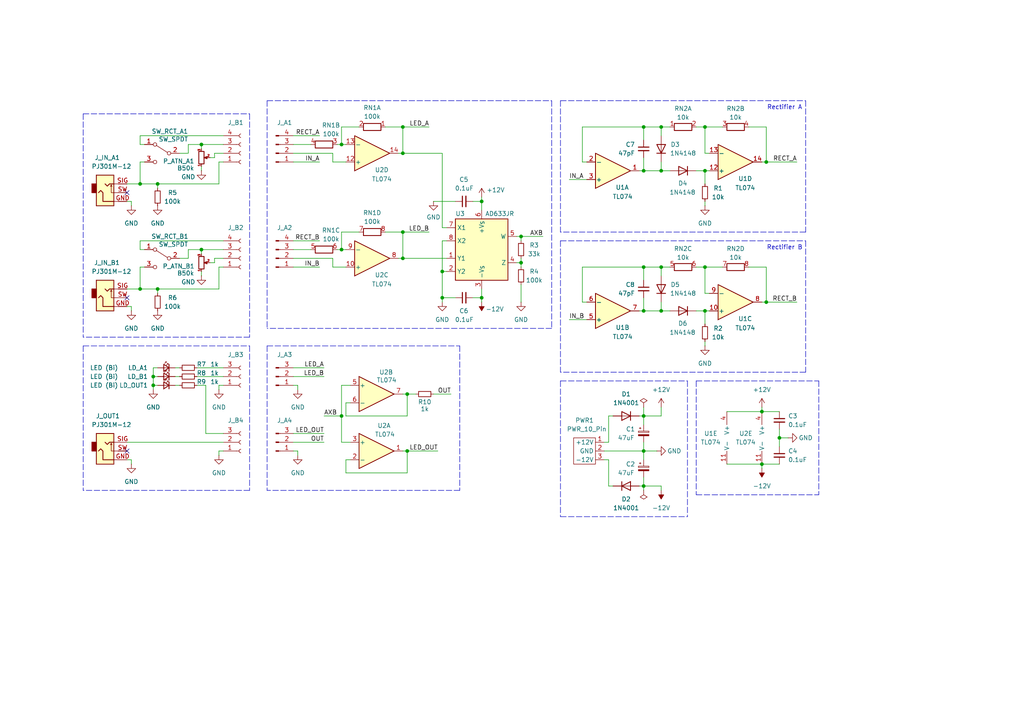
<source format=kicad_sch>
(kicad_sch (version 20231120) (generator "eeschema") (generator_version "8.0")
  (paper "A4")
  (title_block (title "Avalon Harmonics AxB") (rev "v1.0") (company "Avalon Harmonics"))
  (lib_symbols
    (symbol "+12V_1" (power) (pin_numbers hide) (pin_names (offset 0) hide)
      (property "Value" "+12V" (at 0 3.556 0))
      (symbol "+12V_1_1_1"
        (pin power_in line (at 0 0 90) (length 0) (name "~") (number "1"))
      )
    )
    (symbol "-12V_1" (power) (pin_numbers hide) (pin_names (offset 0) hide)
      (property "Value" "-12V" (at 0 3.556 0))
      (symbol "-12V_1_0_0"
        (pin power_in line (at 0 0 90) (length 0) (name "~") (number "1"))
      )
    )
    (symbol "Amplifier_Operational:TL074" (pin_names (offset 0.127))
      (property "Reference" "U" (at 0 5.08 0))
      (property "Value" "TL074" (at 0 -5.08 0))
      (symbol "TL074_1_1"
        (pin output line (at 7.62 0 180) (length 2.54) (name "~") (number "1"))
        (pin input line (at -7.62 -2.54 0) (length 2.54) (name "-") (number "2"))
        (pin input line (at -7.62 2.54 0) (length 2.54) (name "+") (number "3"))
      )
      (symbol "TL074_2_1"
        (pin input line (at -7.62 2.54 0) (length 2.54) (name "+") (number "5"))
        (pin input line (at -7.62 -2.54 0) (length 2.54) (name "-") (number "6"))
        (pin output line (at 7.62 0 180) (length 2.54) (name "~") (number "7"))
      )
      (symbol "TL074_3_1"
        (pin input line (at -7.62 2.54 0) (length 2.54) (name "+") (number "10"))
        (pin output line (at 7.62 0 180) (length 2.54) (name "~") (number "8"))
        (pin input line (at -7.62 -2.54 0) (length 2.54) (name "-") (number "9"))
      )
      (symbol "TL074_4_1"
        (pin input line (at -7.62 2.54 0) (length 2.54) (name "+") (number "12"))
        (pin input line (at -7.62 -2.54 0) (length 2.54) (name "-") (number "13"))
        (pin output line (at 7.62 0 180) (length 2.54) (name "~") (number "14"))
      )
      (symbol "TL074_5_1"
        (pin power_in line (at -2.54 -7.62 90) (length 3.81) (name "V-") (number "11"))
        (pin power_in line (at -2.54 7.62 270) (length 3.81) (name "V+") (number "4"))
      )
    )
    (symbol "Analog:AD633JR"
      (property "Reference" "U" (at -6.096 10.16 0))
      (property "Value" "AD633JR" (at 0.762 10.16 0))
      (symbol "AD633JR_1_1"
        (pin input line (at -10.16 -2.54 0) (length 2.54) (name "Y1") (number "1"))
        (pin input line (at -10.16 -6.35 0) (length 2.54) (name "Y2") (number "2"))
        (pin power_in line (at 0 -11.43 90) (length 2.54) (name "-V_{S}") (number "3"))
        (pin input line (at 10.16 -3.81 180) (length 2.54) (name "Z") (number "4"))
        (pin output line (at 10.16 3.81 180) (length 2.54) (name "W") (number "5"))
        (pin power_in line (at 0 11.43 270) (length 2.54) (name "+V_{S}") (number "6"))
        (pin input line (at -10.16 6.35 0) (length 2.54) (name "X1") (number "7"))
        (pin input line (at -10.16 2.54 0) (length 2.54) (name "X2") (number "8"))
      )
    )
    (symbol "Connector:Conn_01x03_Female" (pin_names (offset 1.016) hide)
      (property "Reference" "J" (at 0 5.08 0))
      (property "Value" "Conn_01x03_Female" (at 0 -5.08 0))
      (symbol "Conn_01x03_Female_1_1"
        (pin passive line (at -5.08 2.54 0) (length 3.81) (name "Pin_1") (number "1"))
        (pin passive line (at -5.08 0 0) (length 3.81) (name "Pin_2") (number "2"))
        (pin passive line (at -5.08 -2.54 0) (length 3.81) (name "Pin_3") (number "3"))
      )
    )
    (symbol "Connector:Conn_01x03_Male" (pin_names (offset 1.016) hide)
      (property "Reference" "J" (at 0 5.08 0))
      (property "Value" "Conn_01x03_Male" (at 0 -5.08 0))
      (symbol "Conn_01x03_Male_1_1"
        (pin passive line (at 5.08 2.54 180) (length 3.81) (name "Pin_1") (number "1"))
        (pin passive line (at 5.08 0 180) (length 3.81) (name "Pin_2") (number "2"))
        (pin passive line (at 5.08 -2.54 180) (length 3.81) (name "Pin_3") (number "3"))
      )
    )
    (symbol "Connector:Conn_01x04_Female" (pin_names (offset 1.016) hide)
      (property "Reference" "J" (at 0 5.08 0))
      (property "Value" "Conn_01x04_Female" (at 0 -7.62 0))
      (symbol "Conn_01x04_Female_1_1"
        (pin passive line (at -5.08 2.54 0) (length 3.81) (name "Pin_1") (number "1"))
        (pin passive line (at -5.08 0 0) (length 3.81) (name "Pin_2") (number "2"))
        (pin passive line (at -5.08 -2.54 0) (length 3.81) (name "Pin_3") (number "3"))
        (pin passive line (at -5.08 -5.08 0) (length 3.81) (name "Pin_4") (number "4"))
      )
    )
    (symbol "Connector:Conn_01x04_Male" (pin_names (offset 1.016) hide)
      (property "Reference" "J" (at 0 5.08 0))
      (property "Value" "Conn_01x04_Male" (at 0 -7.62 0))
      (symbol "Conn_01x04_Male_1_1"
        (pin passive line (at 5.08 2.54 180) (length 3.81) (name "Pin_1") (number "1"))
        (pin passive line (at 5.08 0 180) (length 3.81) (name "Pin_2") (number "2"))
        (pin passive line (at 5.08 -2.54 180) (length 3.81) (name "Pin_3") (number "3"))
        (pin passive line (at 5.08 -5.08 180) (length 3.81) (name "Pin_4") (number "4"))
      )
    )
    (symbol "Device:C_Polarized_Small" (pin_numbers hide) (pin_names (offset 0.254) hide)
      (property "Reference" "C" (at 0.254 1.778 0))
      (property "Value" "C_Polarized_Small" (at 0.254 -2.032 0))
      (symbol "C_Polarized_Small_1_1"
        (pin passive line (at 0 2.54 270) (length 1.8542) (name "~") (number "1"))
        (pin passive line (at 0 -2.54 90) (length 1.8542) (name "~") (number "2"))
      )
    )
    (symbol "Device:C_Small" (pin_numbers hide) (pin_names (offset 0.254) hide)
      (property "Reference" "C" (at 0.254 1.778 0))
      (property "Value" "C_Small" (at 0.254 -2.032 0))
      (symbol "C_Small_1_1"
        (pin passive line (at 0 2.54 270) (length 2.032) (name "~") (number "1"))
        (pin passive line (at 0 -2.54 90) (length 2.032) (name "~") (number "2"))
      )
    )
    (symbol "Device:LED_Small" (pin_numbers hide) (pin_names (offset 0.254) hide)
      (property "Reference" "D" (at -1.27 3.175 0))
      (property "Value" "LED_Small" (at -4.445 -2.54 0))
      (symbol "LED_Small_1_1"
        (pin passive line (at -2.54 0 0) (length 1.778) (name "K") (number "1"))
        (pin passive line (at 2.54 0 180) (length 1.778) (name "A") (number "2"))
      )
    )
    (symbol "Device:R_Pack04_SIP_Split" (pin_names (offset 0) hide)
      (property "Reference" "RN" (at 2.032 0 90))
      (property "Value" "R_Pack04_SIP_Split" (at 0 0 90))
      (symbol "R_Pack04_SIP_Split_1_1"
        (pin passive line (at 0 -3.81 90) (length 1.27) (name "R1.1") (number "1"))
        (pin passive line (at 0 3.81 270) (length 1.27) (name "R1.2") (number "2"))
      )
      (symbol "R_Pack04_SIP_Split_2_1"
        (pin passive line (at 0 -3.81 90) (length 1.27) (name "R2.1") (number "3"))
        (pin passive line (at 0 3.81 270) (length 1.27) (name "R2.2") (number "4"))
      )
      (symbol "R_Pack04_SIP_Split_3_1"
        (pin passive line (at 0 -3.81 90) (length 1.27) (name "R3.1") (number "5"))
        (pin passive line (at 0 3.81 270) (length 1.27) (name "R3.2") (number "6"))
      )
      (symbol "R_Pack04_SIP_Split_4_1"
        (pin passive line (at 0 -3.81 90) (length 1.27) (name "R4.1") (number "7"))
        (pin passive line (at 0 3.81 270) (length 1.27) (name "R4.2") (number "8"))
      )
    )
    (symbol "Device:R_Potentiometer_Small" (pin_names (offset 1.016) hide)
      (property "Reference" "RV" (at -4.445 0 90))
      (property "Value" "R_Potentiometer_Small" (at -2.54 0 90))
      (symbol "R_Potentiometer_Small_1_1"
        (pin passive line (at 0 2.54 270) (length 0.635) (name "1") (number "1"))
        (pin passive line (at 2.54 0 180) (length 0.9906) (name "2") (number "2"))
        (pin passive line (at 0 -2.54 90) (length 0.635) (name "3") (number "3"))
      )
    )
    (symbol "Device:R_Small" (pin_numbers hide) (pin_names (offset 0.254) hide)
      (property "Reference" "R" (at 0.762 0.508 0))
      (property "Value" "R_Small" (at 0.762 -1.016 0))
      (symbol "R_Small_1_1"
        (pin passive line (at 0 2.54 270) (length 0.762) (name "~") (number "1"))
        (pin passive line (at 0 -2.54 90) (length 0.762) (name "~") (number "2"))
      )
    )
    (symbol "Diode:1N4001" (pin_numbers hide) (pin_names hide)
      (property "Reference" "D" (at 0 2.54 0))
      (property "Value" "1N4001" (at 0 -2.54 0))
      (symbol "1N4001_1_1"
        (pin passive line (at -3.81 0 0) (length 2.54) (name "K") (number "1"))
        (pin passive line (at 3.81 0 180) (length 2.54) (name "A") (number "2"))
      )
    )
    (symbol "Diode:1N4148" (pin_numbers hide) (pin_names hide)
      (property "Reference" "D" (at 0 2.54 0))
      (property "Value" "1N4148" (at 0 -2.54 0))
      (symbol "1N4148_1_1"
        (pin passive line (at -3.81 0 0) (length 2.54) (name "K") (number "1"))
        (pin passive line (at 3.81 0 180) (length 2.54) (name "A") (number "2"))
      )
    )
    (symbol "Eurorack:PJ301M-12"
      (property "Reference" "J?" (at -0.635 7.62 0))
      (property "Value" "PJ301M-12" (at -0.635 5.08 0))
      (symbol "PJ301M-12_1_1"
        (pin passive line (at 6.35 -5.08 180) (length 2.54) (name "~") (number "GND"))
        (pin passive line (at 6.35 0 180) (length 2.54) (name "~") (number "SIG"))
        (pin passive line (at 6.35 -2.54 180) (length 2.54) (name "~") (number "SW"))
      )
    )
    (symbol "Eurorack:PWR_10_Pin"
      (property "Reference" "H?" (at -5.08 6.35 0))
      (property "Value" "PWR_10_Pin" (at -5.08 3.81 0))
      (symbol "PWR_10_Pin_1_1"
        (pin power_out line (at 0 1.27 180) (length 2.54) (name "+12V") (number "1"))
        (pin power_out line (at 0 -1.27 180) (length 2.54) (name "GND") (number "2"))
        (pin power_out line (at 0 -3.81 180) (length 2.54) (name "-12V") (number "3"))
      )
    )
    (symbol "SW_SPDT_10" (pin_names (offset 0) hide)
      (property "Reference" "SW" (at 0 4.318 0))
      (property "Value" "SW_SPDT" (at 0 -5.08 0))
      (symbol "SW_SPDT_10_1_1"
        (pin passive line (at 5.08 2.54 180) (length 2.54) (name "A") (number "1"))
        (pin passive line (at -5.08 0 0) (length 2.54) (name "B") (number "2"))
        (pin passive line (at 5.08 -2.54 180) (length 2.54) (name "C") (number "3"))
      )
    )
    (symbol "power:GND" (power) (pin_numbers hide) (pin_names (offset 0) hide)
      (property "Value" "GND" (at 0 -3.81 0))
      (symbol "GND_1_1"
        (pin power_in line (at 0 0 270) (length 0) (name "~") (number "1"))
      )
    )
    (symbol "power:PWR_FLAG" (power) (pin_numbers hide) (pin_names (offset 0) hide)
      (property "Value" "PWR_FLAG" (at 0 3.81 0))
      (symbol "PWR_FLAG_0_0"
        (pin power_out line (at 0 0 90) (length 0) (name "~") (number "1"))
      )
    )
  )
  (junction (at 222.25 46.99))
  (junction (at 99.06 72.39))
  (junction (at 139.7 86.36))
  (junction (at 40.64 53.34))
  (junction (at 204.47 77.47))
  (junction (at 99.06 120.65))
  (junction (at 222.25 87.63))
  (junction (at 40.64 83.82))
  (junction (at 186.69 120.65))
  (junction (at 128.27 78.74))
  (junction (at 226.06 127))
  (junction (at 191.77 36.83))
  (junction (at 186.69 130.81))
  (junction (at 186.69 90.17))
  (junction (at 220.98 134.62))
  (junction (at 116.84 67.31))
  (junction (at 116.84 44.45))
  (junction (at 128.27 86.36))
  (junction (at 204.47 49.53))
  (junction (at 44.45 109.22))
  (junction (at 45.72 83.82))
  (junction (at 116.84 74.93))
  (junction (at 58.42 72.39))
  (junction (at 151.13 76.2))
  (junction (at 186.69 36.83))
  (junction (at 220.98 119.38))
  (junction (at 139.7 58.42))
  (junction (at 44.45 111.76))
  (junction (at 151.13 68.58))
  (junction (at 186.69 49.53))
  (junction (at 118.11 114.3))
  (junction (at 116.84 36.83))
  (junction (at 191.77 90.17))
  (junction (at 204.47 90.17))
  (junction (at 204.47 36.83))
  (junction (at 118.11 130.81))
  (junction (at 191.77 49.53))
  (junction (at 45.72 53.34))
  (junction (at 99.06 41.91))
  (junction (at 58.42 41.91))
  (junction (at 186.69 140.97))
  (junction (at 191.77 77.47))
  (junction (at 186.69 77.47))
  (no_connect (at 36.83 86.36))
  (no_connect (at 36.83 130.81))
  (no_connect (at 36.83 55.88))
  (wire (pts (xy 204.47 58.42) (xy 204.47 59.69)))
  (wire (pts (xy 168.91 46.99) (xy 168.91 36.83)))
  (wire (pts (xy 99.06 41.91) (xy 100.33 41.91)))
  (wire (pts (xy 96.52 77.47) (xy 96.52 74.93)))
  (polyline (pts (xy 237.49 110.49) (xy 237.49 143.51)) (stroke (width 0) (type dash)))
  (wire (pts (xy 191.77 90.17) (xy 194.31 90.17)))
  (wire (pts (xy 186.69 77.47) (xy 191.77 77.47)))
  (wire (pts (xy 191.77 140.97) (xy 191.77 142.24)))
  (wire (pts (xy 220.98 118.11) (xy 220.98 119.38)))
  (wire (pts (xy 100.33 77.47) (xy 96.52 77.47)))
  (wire (pts (xy 116.84 67.31) (xy 124.46 67.31)))
  (wire (pts (xy 204.47 36.83) (xy 204.47 44.45)))
  (wire (pts (xy 185.42 140.97) (xy 186.69 140.97)))
  (wire (pts (xy 116.84 44.45) (xy 115.57 44.45)))
  (wire (pts (xy 38.1 134.62) (xy 38.1 133.35)))
  (polyline (pts (xy 72.39 97.79) (xy 24.13 97.79)) (stroke (width 0) (type dash)))
  (wire (pts (xy 62.23 45.72) (xy 62.23 44.45)))
  (wire (pts (xy 151.13 76.2) (xy 149.86 76.2)))
  (wire (pts (xy 137.16 58.42) (xy 139.7 58.42)))
  (polyline (pts (xy 133.35 100.33) (xy 133.35 142.24)) (stroke (width 0) (type dash)))
  (wire (pts (xy 220.98 134.62) (xy 220.98 135.89)))
  (polyline (pts (xy 233.68 69.85) (xy 233.68 107.95)) (stroke (width 0) (type dash)))
  (wire (pts (xy 63.5 77.47) (xy 63.5 83.82)))
  (wire (pts (xy 118.11 130.81) (xy 116.84 130.81)))
  (wire (pts (xy 58.42 78.74) (xy 58.42 80.01)))
  (wire (pts (xy 96.52 44.45) (xy 85.09 44.45)))
  (wire (pts (xy 118.11 130.81) (xy 127 130.81)))
  (wire (pts (xy 191.77 36.83) (xy 194.31 36.83)))
  (wire (pts (xy 168.91 87.63) (xy 168.91 77.47)))
  (wire (pts (xy 54.61 44.45) (xy 54.61 41.91)))
  (wire (pts (xy 186.69 81.28) (xy 186.69 77.47)))
  (wire (pts (xy 54.61 72.39) (xy 58.42 72.39)))
  (wire (pts (xy 168.91 77.47) (xy 186.69 77.47)))
  (wire (pts (xy 176.53 133.35) (xy 175.26 133.35)))
  (wire (pts (xy 86.36 113.03) (xy 86.36 111.76)))
  (wire (pts (xy 185.42 90.17) (xy 186.69 90.17)))
  (polyline (pts (xy 72.39 100.33) (xy 72.39 142.24)) (stroke (width 0) (type dash)))
  (wire (pts (xy 40.64 41.91) (xy 41.91 41.91)))
  (wire (pts (xy 86.36 130.81) (xy 85.09 130.81)))
  (wire (pts (xy 128.27 86.36) (xy 132.08 86.36)))
  (wire (pts (xy 50.8 109.22) (xy 52.07 109.22)))
  (wire (pts (xy 52.07 74.93) (xy 54.61 74.93)))
  (wire (pts (xy 93.98 120.65) (xy 99.06 120.65)))
  (wire (pts (xy 62.23 44.45) (xy 64.77 44.45)))
  (wire (pts (xy 38.1 133.35) (xy 36.83 133.35)))
  (wire (pts (xy 129.54 69.85) (xy 128.27 69.85)))
  (wire (pts (xy 85.09 69.85) (xy 92.71 69.85)))
  (wire (pts (xy 85.09 125.73) (xy 93.98 125.73)))
  (wire (pts (xy 139.7 83.82) (xy 139.7 86.36)))
  (wire (pts (xy 201.93 90.17) (xy 204.47 90.17)))
  (wire (pts (xy 50.8 106.68) (xy 52.07 106.68)))
  (wire (pts (xy 45.72 83.82) (xy 63.5 83.82)))
  (polyline (pts (xy 162.56 29.21) (xy 162.56 67.31)) (stroke (width 0) (type dash)))
  (wire (pts (xy 40.64 39.37) (xy 40.64 41.91)))
  (polyline (pts (xy 77.47 100.33) (xy 133.35 100.33)) (stroke (width 0) (type dash)))
  (wire (pts (xy 118.11 130.81) (xy 118.11 137.16)))
  (wire (pts (xy 128.27 69.85) (xy 128.27 78.74)))
  (wire (pts (xy 186.69 36.83) (xy 191.77 36.83)))
  (wire (pts (xy 151.13 69.85) (xy 151.13 68.58)))
  (wire (pts (xy 210.82 119.38) (xy 220.98 119.38)))
  (wire (pts (xy 186.69 140.97) (xy 186.69 138.43)))
  (wire (pts (xy 191.77 118.11) (xy 191.77 120.65)))
  (wire (pts (xy 186.69 120.65) (xy 186.69 123.19)))
  (polyline (pts (xy 162.56 110.49) (xy 162.56 149.86)) (stroke (width 0) (type dash)))
  (wire (pts (xy 186.69 40.64) (xy 186.69 36.83)))
  (wire (pts (xy 44.45 109.22) (xy 45.72 109.22)))
  (wire (pts (xy 191.77 46.99) (xy 191.77 49.53)))
  (wire (pts (xy 116.84 74.93) (xy 129.54 74.93)))
  (wire (pts (xy 226.06 127) (xy 226.06 124.46)))
  (wire (pts (xy 44.45 111.76) (xy 45.72 111.76)))
  (wire (pts (xy 217.17 36.83) (xy 222.25 36.83)))
  (wire (pts (xy 54.61 41.91) (xy 58.42 41.91)))
  (wire (pts (xy 217.17 77.47) (xy 222.25 77.47)))
  (wire (pts (xy 41.91 77.47) (xy 40.64 77.47)))
  (wire (pts (xy 63.5 111.76) (xy 64.77 111.76)))
  (wire (pts (xy 59.69 111.76) (xy 59.69 125.73)))
  (wire (pts (xy 139.7 87.63) (xy 139.7 86.36)))
  (wire (pts (xy 128.27 66.04) (xy 128.27 44.45)))
  (wire (pts (xy 116.84 36.83) (xy 116.84 44.45)))
  (wire (pts (xy 176.53 140.97) (xy 176.53 133.35)))
  (polyline (pts (xy 77.47 29.21) (xy 77.47 95.25)) (stroke (width 0) (type dash)))
  (wire (pts (xy 97.79 41.91) (xy 99.06 41.91)))
  (wire (pts (xy 57.15 111.76) (xy 59.69 111.76)))
  (wire (pts (xy 170.18 46.99) (xy 168.91 46.99)))
  (wire (pts (xy 40.64 46.99) (xy 40.64 53.34)))
  (polyline (pts (xy 162.56 110.49) (xy 199.39 110.49)) (stroke (width 0) (type dash)))
  (polyline (pts (xy 24.13 33.02) (xy 72.39 33.02)) (stroke (width 0) (type dash)))
  (wire (pts (xy 45.72 53.34) (xy 63.5 53.34)))
  (wire (pts (xy 137.16 86.36) (xy 139.7 86.36)))
  (wire (pts (xy 222.25 87.63) (xy 231.14 87.63)))
  (wire (pts (xy 139.7 58.42) (xy 139.7 60.96)))
  (wire (pts (xy 63.5 46.99) (xy 64.77 46.99)))
  (wire (pts (xy 85.09 109.22) (xy 93.98 109.22)))
  (wire (pts (xy 44.45 111.76) (xy 44.45 109.22)))
  (wire (pts (xy 204.47 36.83) (xy 209.55 36.83)))
  (wire (pts (xy 222.25 46.99) (xy 231.14 46.99)))
  (wire (pts (xy 185.42 49.53) (xy 186.69 49.53)))
  (wire (pts (xy 38.1 88.9) (xy 36.83 88.9)))
  (wire (pts (xy 204.47 90.17) (xy 205.74 90.17)))
  (wire (pts (xy 58.42 41.91) (xy 58.42 43.18)))
  (wire (pts (xy 57.15 106.68) (xy 64.77 106.68)))
  (wire (pts (xy 45.72 83.82) (xy 40.64 83.82)))
  (wire (pts (xy 116.84 74.93) (xy 115.57 74.93)))
  (polyline (pts (xy 160.02 95.25) (xy 77.47 95.25)) (stroke (width 0) (type dash)))
  (wire (pts (xy 191.77 77.47) (xy 194.31 77.47)))
  (polyline (pts (xy 233.68 29.21) (xy 233.68 67.31)) (stroke (width 0) (type dash)))
  (wire (pts (xy 170.18 87.63) (xy 168.91 87.63)))
  (wire (pts (xy 151.13 76.2) (xy 151.13 77.47)))
  (wire (pts (xy 100.33 116.84) (xy 101.6 116.84)))
  (wire (pts (xy 186.69 45.72) (xy 186.69 49.53)))
  (wire (pts (xy 100.33 137.16) (xy 118.11 137.16)))
  (polyline (pts (xy 72.39 33.02) (xy 72.39 97.79)) (stroke (width 0) (type dash)))
  (polyline (pts (xy 233.68 67.31) (xy 162.56 67.31)) (stroke (width 0) (type dash)))
  (wire (pts (xy 222.25 46.99) (xy 222.25 36.83)))
  (wire (pts (xy 165.1 52.07) (xy 170.18 52.07)))
  (wire (pts (xy 85.09 39.37) (xy 92.71 39.37)))
  (wire (pts (xy 220.98 134.62) (xy 226.06 134.62)))
  (wire (pts (xy 175.26 130.81) (xy 186.69 130.81)))
  (wire (pts (xy 186.69 120.65) (xy 185.42 120.65)))
  (wire (pts (xy 222.25 46.99) (xy 220.98 46.99)))
  (wire (pts (xy 99.06 67.31) (xy 99.06 72.39)))
  (wire (pts (xy 101.6 111.76) (xy 99.06 111.76)))
  (wire (pts (xy 175.26 128.27) (xy 176.53 128.27)))
  (wire (pts (xy 85.09 106.68) (xy 93.98 106.68)))
  (wire (pts (xy 40.64 72.39) (xy 41.91 72.39)))
  (polyline (pts (xy 24.13 100.33) (xy 24.13 142.24)) (stroke (width 0) (type dash)))
  (wire (pts (xy 186.69 90.17) (xy 191.77 90.17)))
  (polyline (pts (xy 133.35 142.24) (xy 77.47 142.24)) (stroke (width 0) (type dash)))
  (wire (pts (xy 60.96 45.72) (xy 62.23 45.72)))
  (wire (pts (xy 204.47 77.47) (xy 204.47 85.09)))
  (wire (pts (xy 100.33 46.99) (xy 96.52 46.99)))
  (wire (pts (xy 204.47 99.06) (xy 204.47 100.33)))
  (wire (pts (xy 116.84 36.83) (xy 124.46 36.83)))
  (wire (pts (xy 58.42 72.39) (xy 64.77 72.39)))
  (wire (pts (xy 40.64 53.34) (xy 36.83 53.34)))
  (wire (pts (xy 165.1 92.71) (xy 170.18 92.71)))
  (wire (pts (xy 40.64 83.82) (xy 36.83 83.82)))
  (wire (pts (xy 40.64 69.85) (xy 40.64 72.39)))
  (wire (pts (xy 151.13 68.58) (xy 149.86 68.58)))
  (wire (pts (xy 116.84 67.31) (xy 116.84 74.93)))
  (wire (pts (xy 85.09 128.27) (xy 93.98 128.27)))
  (wire (pts (xy 54.61 74.93) (xy 54.61 72.39)))
  (polyline (pts (xy 162.56 29.21) (xy 233.68 29.21)) (stroke (width 0) (type dash)))
  (wire (pts (xy 45.72 54.61) (xy 45.72 53.34)))
  (wire (pts (xy 204.47 90.17) (xy 204.47 93.98)))
  (wire (pts (xy 99.06 111.76) (xy 99.06 120.65)))
  (wire (pts (xy 204.47 49.53) (xy 205.74 49.53)))
  (wire (pts (xy 125.73 114.3) (xy 130.81 114.3)))
  (wire (pts (xy 85.09 46.99) (xy 92.71 46.99)))
  (wire (pts (xy 62.23 76.2) (xy 62.23 74.93)))
  (wire (pts (xy 186.69 130.81) (xy 186.69 133.35)))
  (wire (pts (xy 210.82 134.62) (xy 220.98 134.62)))
  (wire (pts (xy 44.45 113.03) (xy 44.45 111.76)))
  (wire (pts (xy 191.77 49.53) (xy 194.31 49.53)))
  (wire (pts (xy 58.42 41.91) (xy 64.77 41.91)))
  (wire (pts (xy 205.74 44.45) (xy 204.47 44.45)))
  (wire (pts (xy 100.33 137.16) (xy 100.33 133.35)))
  (wire (pts (xy 64.77 39.37) (xy 40.64 39.37)))
  (polyline (pts (xy 162.56 69.85) (xy 233.68 69.85)) (stroke (width 0) (type dash)))
  (polyline (pts (xy 77.47 100.33) (xy 77.47 142.24)) (stroke (width 0) (type dash)))
  (wire (pts (xy 204.47 49.53) (xy 204.47 53.34)))
  (wire (pts (xy 186.69 118.11) (xy 186.69 120.65)))
  (polyline (pts (xy 199.39 110.49) (xy 199.39 149.86)) (stroke (width 0) (type dash)))
  (wire (pts (xy 128.27 78.74) (xy 128.27 86.36)))
  (wire (pts (xy 97.79 72.39) (xy 99.06 72.39)))
  (wire (pts (xy 128.27 78.74) (xy 129.54 78.74)))
  (wire (pts (xy 100.33 120.65) (xy 118.11 120.65)))
  (wire (pts (xy 85.09 77.47) (xy 92.71 77.47)))
  (wire (pts (xy 100.33 120.65) (xy 100.33 116.84)))
  (wire (pts (xy 176.53 128.27) (xy 176.53 120.65)))
  (wire (pts (xy 99.06 36.83) (xy 104.14 36.83)))
  (wire (pts (xy 191.77 36.83) (xy 191.77 39.37)))
  (wire (pts (xy 38.1 59.69) (xy 38.1 58.42)))
  (wire (pts (xy 100.33 133.35) (xy 101.6 133.35)))
  (wire (pts (xy 168.91 36.83) (xy 186.69 36.83)))
  (wire (pts (xy 191.77 77.47) (xy 191.77 80.01)))
  (wire (pts (xy 50.8 111.76) (xy 52.07 111.76)))
  (wire (pts (xy 186.69 140.97) (xy 191.77 140.97)))
  (wire (pts (xy 151.13 74.93) (xy 151.13 76.2)))
  (wire (pts (xy 52.07 44.45) (xy 54.61 44.45)))
  (wire (pts (xy 205.74 85.09) (xy 204.47 85.09)))
  (wire (pts (xy 151.13 82.55) (xy 151.13 87.63)))
  (wire (pts (xy 96.52 46.99) (xy 96.52 44.45)))
  (wire (pts (xy 151.13 68.58) (xy 157.48 68.58)))
  (wire (pts (xy 59.69 125.73) (xy 64.77 125.73)))
  (wire (pts (xy 118.11 114.3) (xy 116.84 114.3)))
  (wire (pts (xy 99.06 72.39) (xy 100.33 72.39)))
  (wire (pts (xy 186.69 130.81) (xy 190.5 130.81)))
  (wire (pts (xy 186.69 49.53) (xy 191.77 49.53)))
  (wire (pts (xy 111.76 36.83) (xy 116.84 36.83)))
  (wire (pts (xy 99.06 36.83) (xy 99.06 41.91)))
  (wire (pts (xy 226.06 127) (xy 226.06 129.54)))
  (wire (pts (xy 64.77 77.47) (xy 63.5 77.47)))
  (wire (pts (xy 129.54 66.04) (xy 128.27 66.04)))
  (wire (pts (xy 186.69 128.27) (xy 186.69 130.81)))
  (polyline (pts (xy 77.47 29.21) (xy 160.02 29.21)) (stroke (width 0) (type dash)))
  (polyline (pts (xy 160.02 29.21) (xy 160.02 95.25)) (stroke (width 0) (type dash)))
  (polyline (pts (xy 24.13 100.33) (xy 72.39 100.33)) (stroke (width 0) (type dash)))
  (wire (pts (xy 222.25 87.63) (xy 220.98 87.63)))
  (wire (pts (xy 226.06 119.38) (xy 220.98 119.38)))
  (polyline (pts (xy 233.68 107.95) (xy 162.56 107.95)) (stroke (width 0) (type dash)))
  (wire (pts (xy 64.77 69.85) (xy 40.64 69.85)))
  (polyline (pts (xy 72.39 142.24) (xy 24.13 142.24)) (stroke (width 0) (type dash)))
  (wire (pts (xy 191.77 87.63) (xy 191.77 90.17)))
  (wire (pts (xy 204.47 77.47) (xy 209.55 77.47)))
  (wire (pts (xy 99.06 128.27) (xy 101.6 128.27)))
  (polyline (pts (xy 201.93 143.51) (xy 237.49 143.51)) (stroke (width 0) (type dash)))
  (wire (pts (xy 86.36 111.76) (xy 85.09 111.76)))
  (wire (pts (xy 57.15 109.22) (xy 64.77 109.22)))
  (wire (pts (xy 44.45 109.22) (xy 44.45 106.68)))
  (wire (pts (xy 118.11 114.3) (xy 120.65 114.3)))
  (polyline (pts (xy 162.56 149.86) (xy 199.39 149.86)) (stroke (width 0) (type dash)))
  (wire (pts (xy 201.93 77.47) (xy 204.47 77.47)))
  (wire (pts (xy 111.76 67.31) (xy 116.84 67.31)))
  (wire (pts (xy 128.27 44.45) (xy 116.84 44.45)))
  (wire (pts (xy 86.36 132.08) (xy 86.36 130.81)))
  (wire (pts (xy 222.25 87.63) (xy 222.25 77.47)))
  (wire (pts (xy 38.1 90.17) (xy 38.1 88.9)))
  (wire (pts (xy 45.72 85.09) (xy 45.72 83.82)))
  (wire (pts (xy 58.42 48.26) (xy 58.42 49.53)))
  (polyline (pts (xy 201.93 110.49) (xy 201.93 143.51)) (stroke (width 0) (type dash)))
  (wire (pts (xy 85.09 72.39) (xy 90.17 72.39)))
  (wire (pts (xy 132.08 58.42) (xy 125.73 58.42)))
  (wire (pts (xy 36.83 128.27) (xy 64.77 128.27)))
  (wire (pts (xy 118.11 120.65) (xy 118.11 114.3)))
  (wire (pts (xy 63.5 46.99) (xy 63.5 53.34)))
  (wire (pts (xy 139.7 57.15) (xy 139.7 58.42)))
  (wire (pts (xy 38.1 58.42) (xy 36.83 58.42)))
  (wire (pts (xy 176.53 140.97) (xy 177.8 140.97)))
  (wire (pts (xy 41.91 46.99) (xy 40.64 46.99)))
  (wire (pts (xy 63.5 130.81) (xy 64.77 130.81)))
  (polyline (pts (xy 24.13 33.02) (xy 24.13 97.79)) (stroke (width 0) (type dash)))
  (wire (pts (xy 228.6 127) (xy 226.06 127)))
  (wire (pts (xy 45.72 53.34) (xy 40.64 53.34)))
  (wire (pts (xy 186.69 120.65) (xy 191.77 120.65)))
  (wire (pts (xy 96.52 74.93) (xy 85.09 74.93)))
  (wire (pts (xy 99.06 120.65) (xy 99.06 128.27)))
  (polyline (pts (xy 201.93 110.49) (xy 237.49 110.49)) (stroke (width 0) (type dash)))
  (wire (pts (xy 186.69 140.97) (xy 186.69 142.24)))
  (polyline (pts (xy 162.56 69.85) (xy 162.56 107.95)) (stroke (width 0) (type dash)))
  (wire (pts (xy 62.23 74.93) (xy 64.77 74.93)))
  (wire (pts (xy 58.42 72.39) (xy 58.42 73.66)))
  (wire (pts (xy 186.69 86.36) (xy 186.69 90.17)))
  (wire (pts (xy 85.09 41.91) (xy 90.17 41.91)))
  (wire (pts (xy 201.93 36.83) (xy 204.47 36.83)))
  (wire (pts (xy 99.06 67.31) (xy 104.14 67.31)))
  (wire (pts (xy 63.5 130.81) (xy 63.5 132.08)))
  (wire (pts (xy 63.5 113.03) (xy 63.5 111.76)))
  (wire (pts (xy 201.93 49.53) (xy 204.47 49.53)))
  (wire (pts (xy 44.45 106.68) (xy 45.72 106.68)))
  (wire (pts (xy 60.96 76.2) (xy 62.23 76.2)))
  (wire (pts (xy 176.53 120.65) (xy 177.8 120.65)))
  (wire (pts (xy 40.64 77.47) (xy 40.64 83.82)))
  (wire (pts (xy 128.27 86.36) (xy 128.27 87.63)))
  (text "Rectifier B" (at 227.584 71.882 0) (effects (font (size 1.27 1.27))))
  (text "Rectifier A" (at 227.584 31.242 0) (effects (font (size 1.27 1.27))))
  (label "AXB" (at 157.48 68.58 180))
  (label "AXB" (at 93.98 120.65 0))
  (label "IN_B" (at 92.71 77.47 180))
  (label "OUT" (at 130.81 114.3 180))
  (label "RECT_A" (at 231.14 46.99 180))
  (label "LED_A" (at 93.98 106.68 180))
  (label "IN_B" (at 165.1 92.71 0))
  (label "RECT_B" (at 231.14 87.63 180))
  (label "IN_A" (at 92.71 46.99 180))
  (label "IN_A" (at 165.1 52.07 0))
  (label "RECT_A" (at 92.71 39.37 180))
  (label "RECT_B" (at 92.71 69.85 180))
  (label "LED_OUT" (at 127 130.81 180))
  (label "LED_B" (at 93.98 109.22 180))
  (label "LED_OUT" (at 93.98 125.73 180))
  (label "LED_A" (at 124.46 36.83 180))
  (label "LED_B" (at 124.46 67.31 180))
  (label "OUT" (at 93.98 128.27 180))
  (symbol (lib_id "Device:C_Small") (at 226.06 121.92 0) (unit 1)
    (property "Reference" "C3" (at 228.6 120.6562 0) (effects (justify left)))
    (property "Value" "0.1uF" (at 228.6 123.1962 0) (effects (justify left)))
    (property "Footprint" "Capacitor_THT:C_Disc_D7.0mm_W2.5mm_P5.00mm" (effects (hide yes)))
  )
  (symbol (lib_id "Analog:AD633JR") (at 139.7 72.39 0) (unit 1)
    (property "Reference" "U3" (at 132.08 61.976 0) (effects (justify left)))
    (property "Value" "AD633JR" (at 140.716 61.976 0) (effects (justify left)))
    (property "Footprint" "Package_SO:SO-8_3.9x4.9mm_P1.27mm" (effects (hide yes)))
    (property "Datasheet" "https://www.tme.eu/Document/a313bd22435a6aafd93624640ce5ecf5/ad633jnz.pdf" (effects (hide yes)))
    (property "Description" "Low CostAnalog Multiplier, SOIC-8" (effects (hide yes)))
  )
  (symbol (lib_id "Device:LED_Small") (at 48.26 106.68 0) (mirror y) (unit 1)
    (property "Reference" "LD_A1" (at 42.926 106.68 0) (effects (justify left)))
    (property "Value" "LED (Bi)" (at 34.29 106.68 0) (effects (justify left)))
    (property "Footprint" "LED_THT:LED_D3.0mm_FlatTop" (effects (hide yes)))
    (property "Sim.Device" "SPICE" (effects (hide yes)))
    (property "Sim.Params" "type=\"D\" model=\"LED_GENERAL\" lib=\"/home/ebu/Documents/KiCad/KiCad-Spice-Library/Models/Diode/led.lib\"" (effects (hide yes)))
    (property "Sim.Pins" "1=1 2=2" (effects (hide yes)))
  )
  (symbol (lib_id "power:GND") (at 38.1 134.62 0) (unit 1)
    (property "Reference" "#PWR018" (effects (hide yes)))
    (property "Value" "GND" (at 38.1 139.7 0))
    (property "Description" "Power symbol creates a global label with name \"GND\" , ground" (effects (hide yes)))
  )
  (symbol (lib_id "Device:R_Potentiometer_Small") (at 58.42 45.72 0) (mirror x) (unit 1)
    (property "Reference" "P_ATN_A1" (at 51.816 46.736 0))
    (property "Value" "B50k" (at 53.848 48.768 0))
    (property "Footprint" "Eurorack:Potentiometer Alpha RD901F-40-00D" (effects (hide yes)))
  )
  (symbol (lib_name "-12V_1") (lib_id "power:-12V") (at 139.7 87.63 180) (unit 1)
    (property "Reference" "#PWR012" (effects (hide yes)))
    (property "Value" "-12V" (at 143.51 89.662 0))
    (property "Description" "Power symbol creates a global label with name \"-12V\"" (effects (hide yes)))
  )
  (symbol (lib_id "power:GND") (at 228.6 127 90) (unit 1)
    (property "Reference" "#PWR027" (effects (hide yes)))
    (property "Value" "GND" (at 233.68 127 90))
    (property "Description" "Power symbol creates a global label with name \"GND\" , ground" (effects (hide yes)))
  )
  (symbol (lib_id "Device:R_Small") (at 204.47 55.88 0) (mirror y) (unit 1)
    (property "Reference" "R1" (at 208.28 54.61 0))
    (property "Value" "10k" (at 208.28 57.15 0))
    (property "Footprint" "Resistor_THT:R_Axial_DIN0207_L6.3mm_D2.5mm_P2.54mm_Vertical" (effects (hide yes)))
  )
  (symbol (lib_id "power:GND") (at 38.1 90.17 0) (unit 1)
    (property "Reference" "#PWR06" (effects (hide yes)))
    (property "Value" "GND" (at 38.1 95.25 0))
    (property "Description" "Power symbol creates a global label with name \"GND\" , ground" (effects (hide yes)))
  )
  (symbol (lib_id "Device:C_Small") (at 186.69 43.18 0) (mirror y) (unit 1)
    (property "Reference" "C7" (at 184.15 41.9162 0) (effects (justify left)))
    (property "Value" "47pF" (at 184.15 44.4562 0) (effects (justify left)))
    (property "Footprint" "Capacitor_THT:C_Disc_D7.0mm_W2.5mm_P5.00mm" (effects (hide yes)))
  )
  (symbol (lib_name "SW_SPDT_10") (lib_id "Switch:SW_SPDT") (at 46.99 74.93 0) (mirror y) (unit 1)
    (property "Reference" "SW_RCT_B1" (at 49.276 68.58 0))
    (property "Value" "SW_SPDT" (at 50.292 70.866 0))
    (property "Footprint" "Eurorack:SPDT" (effects (hide yes)))
  )
  (symbol (lib_id "Amplifier_Operational:TL074") (at 213.36 46.99 0) (mirror x) (unit 4)
    (property "Reference" "U1" (at 214.122 51.816 0) (effects (justify left)))
    (property "Value" "TL074" (at 213.233 54.483 0) (effects (justify left)))
    (property "Footprint" "Package_DIP:DIP-14_W7.62mm_Socket_LongPads" (effects (hide yes)))
    (property "Datasheet" "http://www.ti.com/lit/ds/symlink/tl071.pdf" (effects (hide yes)))
  )
  (symbol (lib_id "Eurorack:PJ301M-12") (at 30.48 83.82 0) (unit 1)
    (property "Reference" "J_IN_B1" (at 34.798 76.2 0) (effects (justify right)))
    (property "Value" "PJ301M-12" (at 38.1 78.74 0) (effects (justify right)))
    (property "Footprint" "Eurorack:PJ301M-12" (effects (hide yes)))
  )
  (symbol (lib_id "Device:R_Pack04_SIP_Split") (at 198.12 36.83 270) (mirror x) (unit 1)
    (property "Reference" "RN2" (at 198.12 31.496 90))
    (property "Value" "10k" (at 198.12 34.036 90))
    (property "Footprint" "Resistor_THT:R_Array_SIP8" (effects (hide yes)))
    (property "Datasheet" "http://www.vishay.com/docs/31509/csc.pdf" (effects (hide yes)))
  )
  (symbol (lib_id "power:PWR_FLAG") (at 186.69 118.11 0) (unit 1)
    (property "Reference" "#FLG01" (effects (hide yes)))
    (property "Value" "PWR_FLAG" (effects (hide yes)))
    (property "Description" "Special symbol for telling ERC where power comes from" (effects (hide yes)))
  )
  (symbol (lib_id "Device:C_Small") (at 226.06 132.08 0) (unit 1)
    (property "Reference" "C4" (at 228.6 130.8162 0) (effects (justify left)))
    (property "Value" "0.1uF" (at 228.6 133.3562 0) (effects (justify left)))
    (property "Footprint" "Capacitor_THT:C_Disc_D7.0mm_W2.5mm_P5.00mm" (effects (hide yes)))
  )
  (symbol (lib_id "Device:R_Pack04_SIP_Split") (at 93.98 41.91 90) (unit 2)
    (property "Reference" "RN1" (at 96.012 36.322 90))
    (property "Value" "100k" (at 96.012 38.862 90))
    (property "Footprint" "Resistor_THT:R_Array_SIP8" (effects (hide yes)))
    (property "Datasheet" "http://www.vishay.com/docs/31509/csc.pdf" (effects (hide yes)))
  )
  (symbol (lib_id "power:GND") (at 58.42 49.53 0) (unit 1)
    (property "Reference" "#PWR04" (effects (hide yes)))
    (property "Value" "GND" (at 54.61 51.308 0))
    (property "Description" "Power symbol creates a global label with name \"GND\" , ground" (effects (hide yes)))
  )
  (symbol (lib_id "Device:R_Pack04_SIP_Split") (at 198.12 77.47 270) (mirror x) (unit 3)
    (property "Reference" "RN2" (at 198.12 72.136 90))
    (property "Value" "10k" (at 198.12 74.676 90))
    (property "Footprint" "Resistor_THT:R_Array_SIP8" (effects (hide yes)))
    (property "Datasheet" "http://www.vishay.com/docs/31509/csc.pdf" (effects (hide yes)))
  )
  (symbol (lib_id "Device:R_Pack04_SIP_Split") (at 213.36 36.83 270) (mirror x) (unit 2)
    (property "Reference" "RN2" (at 213.36 31.496 90))
    (property "Value" "10k" (at 213.36 34.036 90))
    (property "Footprint" "Resistor_THT:R_Array_SIP8" (effects (hide yes)))
    (property "Datasheet" "http://www.vishay.com/docs/31509/csc.pdf" (effects (hide yes)))
  )
  (symbol (lib_id "Connector:Conn_01x03_Female") (at 69.85 109.22 0) (mirror x) (unit 1)
    (property "Reference" "J_B3" (at 66.04 102.87 0) (effects (justify left)))
    (property "Value" "Conn_01x03_Female" (effects (hide yes)))
    (property "Footprint" "Connector_PinHeader_2.54mm:PinHeader_1x03_P2.54mm_Vertical" (effects (hide yes)))
  )
  (symbol (lib_id "power:GND") (at 204.47 59.69 0) (unit 1)
    (property "Reference" "#PWR01" (effects (hide yes)))
    (property "Value" "GND" (at 204.47 64.77 0))
    (property "Description" "Power symbol creates a global label with name \"GND\" , ground" (effects (hide yes)))
  )
  (symbol (lib_id "Device:C_Polarized_Small") (at 186.69 135.89 0) (unit 1)
    (property "Reference" "C2" (at 182.88 134.62 0))
    (property "Value" "47uF" (at 181.61 137.16 0))
    (property "Footprint" "Capacitor_THT:CP_Radial_D6.3mm_P2.50mm" (effects (hide yes)))
  )
  (symbol (lib_id "power:GND") (at 204.47 100.33 0) (unit 1)
    (property "Reference" "#PWR05" (effects (hide yes)))
    (property "Value" "GND" (at 204.47 105.41 0))
    (property "Description" "Power symbol creates a global label with name \"GND\" , ground" (effects (hide yes)))
  )
  (symbol (lib_id "Device:R_Potentiometer_Small") (at 58.42 76.2 0) (mirror x) (unit 1)
    (property "Reference" "P_ATN_B1" (at 51.816 77.216 0))
    (property "Value" "B50k" (at 53.848 79.248 0))
    (property "Footprint" "Eurorack:Potentiometer Alpha RD901F-40-00D" (effects (hide yes)))
  )
  (symbol (lib_id "Amplifier_Operational:TL074") (at 177.8 49.53 0) (mirror x) (unit 1)
    (property "Reference" "U1" (at 178.562 54.356 0) (effects (justify left)))
    (property "Value" "TL074" (at 177.673 57.023 0) (effects (justify left)))
    (property "Footprint" "Package_DIP:DIP-14_W7.62mm_Socket_LongPads" (effects (hide yes)))
    (property "Datasheet" "http://www.ti.com/lit/ds/symlink/tl071.pdf" (effects (hide yes)))
  )
  (symbol (lib_id "Device:R_Small") (at 54.61 109.22 90) (unit 1)
    (property "Reference" "R8" (at 58.42 108.204 90))
    (property "Value" "1k" (at 62.23 108.204 90))
    (property "Footprint" "Resistor_THT:R_Axial_DIN0207_L6.3mm_D2.5mm_P10.16mm_Horizontal" (effects (hide yes)))
  )
  (symbol (lib_id "power:GND") (at 128.27 87.63 0) (unit 1)
    (property "Reference" "#PWR010" (effects (hide yes)))
    (property "Value" "GND" (at 128.27 92.71 0))
    (property "Description" "Power symbol creates a global label with name \"GND\" , ground" (effects (hide yes)))
  )
  (symbol (lib_name "-12V_1") (lib_id "power:-12V") (at 220.98 135.89 180) (unit 1)
    (property "Reference" "#PWR026" (effects (hide yes)))
    (property "Value" "-12V" (at 220.98 140.97 0))
    (property "Description" "Power symbol creates a global label with name \"-12V\"" (effects (hide yes)))
  )
  (symbol (lib_id "power:PWR_FLAG") (at 186.69 142.24 180) (unit 1)
    (property "Reference" "#FLG02" (effects (hide yes)))
    (property "Value" "PWR_FLAG" (effects (hide yes)))
    (property "Description" "Special symbol for telling ERC where power comes from" (effects (hide yes)))
  )
  (symbol (lib_id "Device:C_Small") (at 134.62 58.42 90) (unit 1)
    (property "Reference" "C5" (at 135.89 52.07 90) (effects (justify left)))
    (property "Value" "0.1uF" (at 137.414 54.61 90) (effects (justify left)))
    (property "Footprint" "Capacitor_THT:C_Disc_D7.0mm_W2.5mm_P5.00mm" (effects (hide yes)))
  )
  (symbol (lib_id "power:GND") (at 58.42 80.01 0) (unit 1)
    (property "Reference" "#PWR08" (effects (hide yes)))
    (property "Value" "GND" (at 54.61 81.788 0))
    (property "Description" "Power symbol creates a global label with name \"GND\" , ground" (effects (hide yes)))
  )
  (symbol (lib_id "Amplifier_Operational:TL074") (at 177.8 90.17 0) (mirror x) (unit 2)
    (property "Reference" "U1" (at 178.562 94.996 0) (effects (justify left)))
    (property "Value" "TL074" (at 177.673 97.663 0) (effects (justify left)))
    (property "Footprint" "Package_DIP:DIP-14_W7.62mm_Socket_LongPads" (effects (hide yes)))
    (property "Datasheet" "http://www.ti.com/lit/ds/symlink/tl071.pdf" (effects (hide yes)))
  )
  (symbol (lib_id "power:GND") (at 190.5 130.81 90) (unit 1)
    (property "Reference" "#PWR022" (effects (hide yes)))
    (property "Value" "GND" (at 195.58 130.81 90))
    (property "Description" "Power symbol creates a global label with name \"GND\" , ground" (effects (hide yes)))
  )
  (symbol (lib_id "Device:R_Pack04_SIP_Split") (at 93.98 72.39 270) (mirror x) (unit 3)
    (property "Reference" "RN1" (at 96.012 66.802 90))
    (property "Value" "100k" (at 96.012 69.342 90))
    (property "Footprint" "Resistor_THT:R_Array_SIP8" (effects (hide yes)))
    (property "Datasheet" "http://www.vishay.com/docs/31509/csc.pdf" (effects (hide yes)))
  )
  (symbol (lib_id "Device:R_Small") (at 54.61 106.68 90) (unit 1)
    (property "Reference" "R7" (at 58.42 105.664 90))
    (property "Value" "1k" (at 62.23 105.664 90))
    (property "Footprint" "Resistor_THT:R_Axial_DIN0207_L6.3mm_D2.5mm_P10.16mm_Horizontal" (effects (hide yes)))
  )
  (symbol (lib_id "Device:R_Small") (at 123.19 114.3 270) (mirror x) (unit 1)
    (property "Reference" "R10" (at 123.19 116.586 90))
    (property "Value" "1k" (at 123.19 118.618 90))
    (property "Footprint" "Resistor_THT:R_Axial_DIN0207_L6.3mm_D2.5mm_P2.54mm_Vertical" (effects (hide yes)))
  )
  (symbol (lib_id "Connector:Conn_01x04_Male") (at 80.01 44.45 0) (mirror x) (unit 1)
    (property "Reference" "J_A1" (at 82.55 35.56 0))
    (property "Value" "Conn_01x04_Male" (effects (hide yes)))
    (property "Footprint" "Connector_PinHeader_2.54mm:PinHeader_1x04_P2.54mm_Vertical" (effects (hide yes)))
  )
  (symbol (lib_id "Diode:1N4148") (at 198.12 90.17 180) (unit 1)
    (property "Reference" "D6" (at 198.0365 93.8054 0))
    (property "Value" "1N4148" (at 197.9571 96.4289 0))
    (property "Footprint" "Diode_THT:D_DO-35_SOD27_P7.62mm_Horizontal" (effects (hide yes)))
    (property "Datasheet" "https://assets.nexperia.com/documents/data-sheet/1N4148_1N4448.pdf" (effects (hide yes)))
    (property "Description" "100V 0.15A standard switching diode, DO-35" (effects (hide yes)))
    (property "Sim.Device" "D" (effects (hide yes)))
    (property "Sim.Pins" "1=K 2=A" (effects (hide yes)))
  )
  (symbol (lib_name "+12V_1") (lib_id "power:+12V") (at 139.7 57.15 0) (unit 1)
    (property "Reference" "#PWR011" (effects (hide yes)))
    (property "Value" "+12V" (at 143.764 55.118 0))
    (property "Description" "Power symbol creates a global label with name \"+12V\"" (effects (hide yes)))
  )
  (symbol (lib_id "Device:R_Pack04_SIP_Split") (at 213.36 77.47 270) (mirror x) (unit 4)
    (property "Reference" "RN2" (at 213.36 72.136 90))
    (property "Value" "10k" (at 213.36 74.676 90))
    (property "Footprint" "Resistor_THT:R_Array_SIP8" (effects (hide yes)))
    (property "Datasheet" "http://www.vishay.com/docs/31509/csc.pdf" (effects (hide yes)))
  )
  (symbol (lib_name "SW_SPDT_10") (lib_id "Switch:SW_SPDT") (at 46.99 44.45 0) (mirror y) (unit 1)
    (property "Reference" "SW_RCT_A1" (at 49.276 38.1 0))
    (property "Value" "SW_SPDT" (at 50.292 40.386 0))
    (property "Footprint" "Eurorack:SPDT" (effects (hide yes)))
  )
  (symbol (lib_id "Device:C_Small") (at 134.62 86.36 90) (mirror x) (unit 1)
    (property "Reference" "C6" (at 135.89 90.17 90) (effects (justify left)))
    (property "Value" "0.1uF" (at 137.414 92.71 90) (effects (justify left)))
    (property "Footprint" "Capacitor_THT:C_Disc_D7.0mm_W2.5mm_P5.00mm" (effects (hide yes)))
  )
  (symbol (lib_id "power:GND") (at 86.36 113.03 0) (unit 1)
    (property "Reference" "#PWR019" (effects (hide yes)))
    (property "Value" "GND" (at 86.36 118.11 0))
    (property "Description" "Power symbol creates a global label with name \"GND\" , ground" (effects (hide yes)))
  )
  (symbol (lib_id "Device:C_Small") (at 186.69 83.82 0) (mirror y) (unit 1)
    (property "Reference" "C8" (at 184.15 82.5562 0) (effects (justify left)))
    (property "Value" "47pF" (at 184.15 85.0962 0) (effects (justify left)))
    (property "Footprint" "Capacitor_THT:C_Disc_D7.0mm_W2.5mm_P5.00mm" (effects (hide yes)))
  )
  (symbol (lib_id "Amplifier_Operational:TL074") (at 109.22 130.81 0) (unit 1)
    (property "Reference" "U2" (at 109.474 123.444 0) (effects (justify left)))
    (property "Value" "TL074" (at 108.712 125.984 0) (effects (justify left)))
    (property "Footprint" "Package_DIP:DIP-14_W7.62mm_Socket_LongPads" (effects (hide yes)))
    (property "Datasheet" "http://www.ti.com/lit/ds/symlink/tl071.pdf" (effects (hide yes)))
  )
  (symbol (lib_id "power:GND") (at 44.45 113.03 0) (unit 1)
    (property "Reference" "#PWR09" (effects (hide yes)))
    (property "Value" "GND" (at 44.45 118.11 0))
    (property "Description" "Power symbol creates a global label with name \"GND\" , ground" (effects (hide yes)))
  )
  (symbol (lib_id "power:GND") (at 151.13 87.63 0) (unit 1)
    (property "Reference" "#PWR013" (effects (hide yes)))
    (property "Value" "GND" (at 151.13 92.71 0))
    (property "Description" "Power symbol creates a global label with name \"GND\" , ground" (effects (hide yes)))
  )
  (symbol (lib_id "Eurorack:PWR_10_Pin") (at 175.26 129.54 0) (unit 1)
    (property "Reference" "PWR1" (at 169.545 121.92 0))
    (property "Value" "PWR_10_Pin" (at 170.18 124.46 0))
    (property "Footprint" "Eurorack:Eurorack Power 10 Pin" (effects (hide yes)))
  )
  (symbol (lib_id "Device:C_Polarized_Small") (at 186.69 125.73 0) (unit 1)
    (property "Reference" "C1" (at 182.88 124.46 0))
    (property "Value" "47uF" (at 181.61 127 0))
    (property "Footprint" "Capacitor_THT:CP_Radial_D6.3mm_P2.50mm" (effects (hide yes)))
  )
  (symbol (lib_id "Amplifier_Operational:TL074") (at 213.36 127 0) (unit 5)
    (property "Reference" "U1" (at 204.216 125.73 0) (effects (justify left)))
    (property "Value" "TL074" (at 203.2 128.27 0) (effects (justify left)))
    (property "Footprint" "Package_DIP:DIP-14_W7.62mm_Socket_LongPads" (effects (hide yes)))
    (property "Datasheet" "http://www.ti.com/lit/ds/symlink/tl071.pdf" (effects (hide yes)))
  )
  (symbol (lib_id "Device:R_Small") (at 151.13 80.01 0) (mirror y) (unit 1)
    (property "Reference" "R4" (at 154.94 78.74 0))
    (property "Value" "100k" (at 154.94 81.28 0))
    (property "Footprint" "Resistor_THT:R_Axial_DIN0207_L6.3mm_D2.5mm_P2.54mm_Vertical" (effects (hide yes)))
  )
  (symbol (lib_id "Amplifier_Operational:TL074") (at 223.52 127 0) (unit 5)
    (property "Reference" "U2" (at 214.376 125.73 0) (effects (justify left)))
    (property "Value" "TL074" (at 213.36 128.27 0) (effects (justify left)))
    (property "Footprint" "Package_DIP:DIP-14_W7.62mm_Socket_LongPads" (effects (hide yes)))
    (property "Datasheet" "http://www.ti.com/lit/ds/symlink/tl071.pdf" (effects (hide yes)))
  )
  (symbol (lib_name "-12V_1") (lib_id "power:-12V") (at 191.77 142.24 180) (unit 1)
    (property "Reference" "#PWR024" (effects (hide yes)))
    (property "Value" "-12V" (at 191.77 147.32 0))
    (property "Description" "Power symbol creates a global label with name \"-12V\"" (effects (hide yes)))
  )
  (symbol (lib_id "Device:R_Pack04_SIP_Split") (at 107.95 67.31 270) (mirror x) (unit 4)
    (property "Reference" "RN1" (at 107.95 61.722 90))
    (property "Value" "100k" (at 107.95 64.262 90))
    (property "Footprint" "Resistor_THT:R_Array_SIP8" (effects (hide yes)))
    (property "Datasheet" "http://www.vishay.com/docs/31509/csc.pdf" (effects (hide yes)))
  )
  (symbol (lib_id "Diode:1N4001") (at 181.61 120.65 180) (unit 1)
    (property "Reference" "D1" (at 181.61 114.3 0))
    (property "Value" "1N4001" (at 181.61 116.84 0))
    (property "Footprint" "Diode_THT:D_DO-41_SOD81_P10.16mm_Horizontal" (effects (hide yes)))
    (property "Datasheet" "http://www.vishay.com/docs/88503/1n4001.pdf" (effects (hide yes)))
    (property "Description" "50V 1A General Purpose Rectifier Diode, DO-41" (effects (hide yes)))
    (property "Sim.Device" "D" (effects (hide yes)))
    (property "Sim.Pins" "1=K 2=A" (effects (hide yes)))
  )
  (symbol (lib_id "Connector:Conn_01x04_Female") (at 69.85 74.93 0) (mirror x) (unit 1)
    (property "Reference" "J_B2" (at 66.04 66.04 0) (effects (justify left)))
    (property "Value" "Conn_01x04_Female" (effects (hide yes)))
    (property "Footprint" "Connector_PinHeader_2.54mm:PinHeader_1x04_P2.54mm_Vertical" (effects (hide yes)))
  )
  (symbol (lib_id "Connector:Conn_01x03_Female") (at 69.85 128.27 0) (mirror x) (unit 1)
    (property "Reference" "J_B4" (at 66.04 121.92 0) (effects (justify left)))
    (property "Value" "Conn_01x03_Female" (effects (hide yes)))
    (property "Footprint" "Connector_PinHeader_2.54mm:PinHeader_1x03_P2.54mm_Vertical" (effects (hide yes)))
  )
  (symbol (lib_id "Device:LED_Small") (at 48.26 109.22 0) (mirror y) (unit 1)
    (property "Reference" "LD_B1" (at 42.926 109.22 0) (effects (justify left)))
    (property "Value" "LED (Bi)" (at 34.29 109.22 0) (effects (justify left)))
    (property "Footprint" "LED_THT:LED_D3.0mm_FlatTop" (effects (hide yes)))
    (property "Sim.Device" "SPICE" (effects (hide yes)))
    (property "Sim.Params" "type=\"D\" model=\"LED_GENERAL\" lib=\"/home/ebu/Documents/KiCad/KiCad-Spice-Library/Models/Diode/led.lib\"" (effects (hide yes)))
    (property "Sim.Pins" "1=1 2=2" (effects (hide yes)))
  )
  (symbol (lib_name "+12V_1") (lib_id "power:+12V") (at 191.77 118.11 0) (unit 1)
    (property "Reference" "#PWR023" (effects (hide yes)))
    (property "Value" "+12V" (at 191.77 113.03 0))
    (property "Description" "Power symbol creates a global label with name \"+12V\"" (effects (hide yes)))
  )
  (symbol (lib_id "Eurorack:PJ301M-12") (at 30.48 128.27 0) (unit 1)
    (property "Reference" "J_OUT1" (at 34.798 120.65 0) (effects (justify right)))
    (property "Value" "PJ301M-12" (at 38.1 123.19 0) (effects (justify right)))
    (property "Footprint" "Eurorack:PJ301M-12" (effects (hide yes)))
  )
  (symbol (lib_name "+12V_1") (lib_id "power:+12V") (at 220.98 118.11 0) (unit 1)
    (property "Reference" "#PWR025" (effects (hide yes)))
    (property "Value" "+12V" (at 220.98 113.03 0))
    (property "Description" "Power symbol creates a global label with name \"+12V\"" (effects (hide yes)))
  )
  (symbol (lib_id "Device:R_Small") (at 204.47 96.52 0) (mirror y) (unit 1)
    (property "Reference" "R2" (at 208.28 95.25 0))
    (property "Value" "10k" (at 208.28 97.79 0))
    (property "Footprint" "Resistor_THT:R_Axial_DIN0207_L6.3mm_D2.5mm_P2.54mm_Vertical" (effects (hide yes)))
  )
  (symbol (lib_id "Device:R_Small") (at 45.72 87.63 0) (mirror x) (unit 1)
    (property "Reference" "R6" (at 50.038 86.36 0))
    (property "Value" "100k" (at 50.038 88.9 0))
    (property "Footprint" "Resistor_THT:R_Axial_DIN0207_L6.3mm_D2.5mm_P10.16mm_Horizontal" (effects (hide yes)))
  )
  (symbol (lib_id "Device:R_Small") (at 151.13 72.39 180) (unit 1)
    (property "Reference" "R3" (at 154.94 71.12 0))
    (property "Value" "33k" (at 154.94 73.66 0))
    (property "Footprint" "Resistor_THT:R_Axial_DIN0207_L6.3mm_D2.5mm_P2.54mm_Vertical" (effects (hide yes)))
  )
  (symbol (lib_id "power:GND") (at 86.36 132.08 0) (unit 1)
    (property "Reference" "#PWR016" (effects (hide yes)))
    (property "Value" "GND" (at 86.36 137.16 0))
    (property "Description" "Power symbol creates a global label with name \"GND\" , ground" (effects (hide yes)))
  )
  (symbol (lib_id "power:GND") (at 45.72 90.17 0) (unit 1)
    (property "Reference" "#PWR07" (effects (hide yes)))
    (property "Value" "GND" (at 45.72 95.25 0))
    (property "Description" "Power symbol creates a global label with name \"GND\" , ground" (effects (hide yes)))
  )
  (symbol (lib_id "Device:R_Small") (at 45.72 57.15 0) (mirror x) (unit 1)
    (property "Reference" "R5" (at 50.038 55.88 0))
    (property "Value" "100k" (at 50.038 58.42 0))
    (property "Footprint" "Resistor_THT:R_Axial_DIN0207_L6.3mm_D2.5mm_P10.16mm_Horizontal" (effects (hide yes)))
  )
  (symbol (lib_id "Eurorack:PJ301M-12") (at 30.48 53.34 0) (unit 1)
    (property "Reference" "J_IN_A1" (at 34.798 45.72 0) (effects (justify right)))
    (property "Value" "PJ301M-12" (at 38.1 48.26 0) (effects (justify right)))
    (property "Footprint" "Eurorack:PJ301M-12" (effects (hide yes)))
  )
  (symbol (lib_id "Amplifier_Operational:TL074") (at 213.36 87.63 0) (mirror x) (unit 3)
    (property "Reference" "U1" (at 214.122 92.456 0) (effects (justify left)))
    (property "Value" "TL074" (at 213.233 95.123 0) (effects (justify left)))
    (property "Footprint" "Package_DIP:DIP-14_W7.62mm_Socket_LongPads" (effects (hide yes)))
    (property "Datasheet" "http://www.ti.com/lit/ds/symlink/tl071.pdf" (effects (hide yes)))
  )
  (symbol (lib_id "Amplifier_Operational:TL074") (at 107.95 44.45 0) (mirror x) (unit 4)
    (property "Reference" "U2" (at 108.712 49.276 0) (effects (justify left)))
    (property "Value" "TL074" (at 107.823 51.943 0) (effects (justify left)))
    (property "Footprint" "Package_DIP:DIP-14_W7.62mm_Socket_LongPads" (effects (hide yes)))
    (property "Datasheet" "http://www.ti.com/lit/ds/symlink/tl071.pdf" (effects (hide yes)))
  )
  (symbol (lib_id "Amplifier_Operational:TL074") (at 107.95 74.93 0) (mirror x) (unit 3)
    (property "Reference" "U2" (at 108.712 79.756 0) (effects (justify left)))
    (property "Value" "TL074" (at 107.823 82.423 0) (effects (justify left)))
    (property "Footprint" "Package_DIP:DIP-14_W7.62mm_Socket_LongPads" (effects (hide yes)))
    (property "Datasheet" "http://www.ti.com/lit/ds/symlink/tl071.pdf" (effects (hide yes)))
  )
  (symbol (lib_id "Device:R_Small") (at 54.61 111.76 90) (unit 1)
    (property "Reference" "R9" (at 58.42 110.744 90))
    (property "Value" "1k" (at 62.23 110.744 90))
    (property "Footprint" "Resistor_THT:R_Axial_DIN0207_L6.3mm_D2.5mm_P10.16mm_Horizontal" (effects (hide yes)))
  )
  (symbol (lib_id "Connector:Conn_01x03_Male") (at 80.01 109.22 0) (mirror x) (unit 1)
    (property "Reference" "J_A3" (at 82.55 102.87 0))
    (property "Value" "Conn_01x03_Male" (effects (hide yes)))
    (property "Footprint" "Connector_PinHeader_2.54mm:PinHeader_1x03_P2.54mm_Vertical" (effects (hide yes)))
  )
  (symbol (lib_id "power:GND") (at 45.72 59.69 0) (unit 1)
    (property "Reference" "#PWR03" (effects (hide yes)))
    (property "Value" "GND" (at 45.72 64.77 0))
    (property "Description" "Power symbol creates a global label with name \"GND\" , ground" (effects (hide yes)))
  )
  (symbol (lib_id "Device:LED_Small") (at 48.26 111.76 0) (mirror y) (unit 1)
    (property "Reference" "LD_OUT1" (at 42.926 111.76 0) (effects (justify left)))
    (property "Value" "LED (Bi)" (at 34.29 111.76 0) (effects (justify left)))
    (property "Footprint" "LED_THT:LED_D3.0mm_FlatTop" (effects (hide yes)))
    (property "Sim.Device" "SPICE" (effects (hide yes)))
    (property "Sim.Params" "type=\"D\" model=\"LED_GENERAL\" lib=\"/home/ebu/Documents/KiCad/KiCad-Spice-Library/Models/Diode/led.lib\"" (effects (hide yes)))
    (property "Sim.Pins" "1=1 2=2" (effects (hide yes)))
  )
  (symbol (lib_id "Device:R_Pack04_SIP_Split") (at 107.95 36.83 90) (unit 1)
    (property "Reference" "RN1" (at 107.95 31.242 90))
    (property "Value" "100k" (at 107.95 33.782 90))
    (property "Footprint" "Resistor_THT:R_Array_SIP8" (effects (hide yes)))
    (property "Datasheet" "http://www.vishay.com/docs/31509/csc.pdf" (effects (hide yes)))
  )
  (symbol (lib_id "power:GND") (at 125.73 58.42 0) (unit 1)
    (property "Reference" "#PWR014" (effects (hide yes)))
    (property "Value" "GND" (at 125.73 62.992 0))
    (property "Description" "Power symbol creates a global label with name \"GND\" , ground" (effects (hide yes)))
  )
  (symbol (lib_id "Connector:Conn_01x03_Male") (at 80.01 128.27 0) (mirror x) (unit 1)
    (property "Reference" "J_A4" (at 82.55 121.92 0))
    (property "Value" "Conn_01x03_Male" (effects (hide yes)))
    (property "Footprint" "Connector_PinHeader_2.54mm:PinHeader_1x03_P2.54mm_Vertical" (effects (hide yes)))
  )
  (symbol (lib_id "power:GND") (at 63.5 113.03 0) (unit 1)
    (property "Reference" "#PWR017" (effects (hide yes)))
    (property "Value" "GND" (at 63.5 118.11 0))
    (property "Description" "Power symbol creates a global label with name \"GND\" , ground" (effects (hide yes)))
  )
  (symbol (lib_id "Connector:Conn_01x04_Female") (at 69.85 44.45 0) (mirror x) (unit 1)
    (property "Reference" "J_B1" (at 66.04 35.56 0) (effects (justify left)))
    (property "Value" "Conn_01x04_Female" (effects (hide yes)))
    (property "Footprint" "Connector_PinHeader_2.54mm:PinHeader_1x04_P2.54mm_Vertical" (effects (hide yes)))
  )
  (symbol (lib_id "Connector:Conn_01x04_Male") (at 80.01 74.93 0) (mirror x) (unit 1)
    (property "Reference" "J_A2" (at 82.55 66.04 0))
    (property "Value" "Conn_01x04_Male" (effects (hide yes)))
    (property "Footprint" "Connector_PinHeader_2.54mm:PinHeader_1x04_P2.54mm_Vertical" (effects (hide yes)))
  )
  (symbol (lib_id "Diode:1N4148") (at 198.12 49.53 180) (unit 1)
    (property "Reference" "D4" (at 198.0365 53.1654 0))
    (property "Value" "1N4148" (at 197.9571 55.7889 0))
    (property "Footprint" "Diode_THT:D_DO-35_SOD27_P7.62mm_Horizontal" (effects (hide yes)))
    (property "Datasheet" "https://assets.nexperia.com/documents/data-sheet/1N4148_1N4448.pdf" (effects (hide yes)))
    (property "Description" "100V 0.15A standard switching diode, DO-35" (effects (hide yes)))
    (property "Sim.Device" "D" (effects (hide yes)))
    (property "Sim.Pins" "1=K 2=A" (effects (hide yes)))
  )
  (symbol (lib_id "Diode:1N4148") (at 191.77 43.18 270) (mirror x) (unit 1)
    (property "Reference" "D3" (at 195.834 41.91 90))
    (property "Value" "1N4148" (at 198.12 44.45 90))
    (property "Footprint" "Diode_THT:D_DO-35_SOD27_P7.62mm_Horizontal" (effects (hide yes)))
    (property "Datasheet" "https://assets.nexperia.com/documents/data-sheet/1N4148_1N4448.pdf" (effects (hide yes)))
    (property "Description" "100V 0.15A standard switching diode, DO-35" (effects (hide yes)))
    (property "Sim.Device" "D" (effects (hide yes)))
    (property "Sim.Pins" "1=K 2=A" (effects (hide yes)))
  )
  (symbol (lib_id "power:GND") (at 38.1 59.69 0) (unit 1)
    (property "Reference" "#PWR02" (effects (hide yes)))
    (property "Value" "GND" (at 38.1 64.77 0))
    (property "Description" "Power symbol creates a global label with name \"GND\" , ground" (effects (hide yes)))
  )
  (symbol (lib_id "Diode:1N4001") (at 181.61 140.97 0) (unit 1)
    (property "Reference" "D2" (at 181.61 144.78 0))
    (property "Value" "1N4001" (at 181.61 147.32 0))
    (property "Footprint" "Diode_THT:D_DO-41_SOD81_P10.16mm_Horizontal" (effects (hide yes)))
    (property "Datasheet" "http://www.vishay.com/docs/88503/1n4001.pdf" (effects (hide yes)))
    (property "Description" "50V 1A General Purpose Rectifier Diode, DO-41" (effects (hide yes)))
    (property "Sim.Device" "D" (effects (hide yes)))
    (property "Sim.Pins" "1=K 2=A" (effects (hide yes)))
  )
  (symbol (lib_id "Amplifier_Operational:TL074") (at 109.22 114.3 0) (unit 2)
    (property "Reference" "U2" (at 109.982 107.95 0) (effects (justify left)))
    (property "Value" "TL074" (at 109.22 110.236 0) (effects (justify left)))
    (property "Footprint" "Package_DIP:DIP-14_W7.62mm_Socket_LongPads" (effects (hide yes)))
    (property "Datasheet" "http://www.ti.com/lit/ds/symlink/tl071.pdf" (effects (hide yes)))
  )
  (symbol (lib_id "Diode:1N4148") (at 191.77 83.82 270) (mirror x) (unit 1)
    (property "Reference" "D5" (at 195.834 82.55 90))
    (property "Value" "1N4148" (at 198.12 85.09 90))
    (property "Footprint" "Diode_THT:D_DO-35_SOD27_P7.62mm_Horizontal" (effects (hide yes)))
    (property "Datasheet" "https://assets.nexperia.com/documents/data-sheet/1N4148_1N4448.pdf" (effects (hide yes)))
    (property "Description" "100V 0.15A standard switching diode, DO-35" (effects (hide yes)))
    (property "Sim.Device" "D" (effects (hide yes)))
    (property "Sim.Pins" "1=K 2=A" (effects (hide yes)))
  )
  (symbol (lib_id "power:GND") (at 63.5 132.08 0) (unit 1)
    (property "Reference" "#PWR015" (effects (hide yes)))
    (property "Value" "GND" (at 63.5 137.16 0))
    (property "Description" "Power symbol creates a global label with name \"GND\" , ground" (effects (hide yes)))
  )
)
</source>
